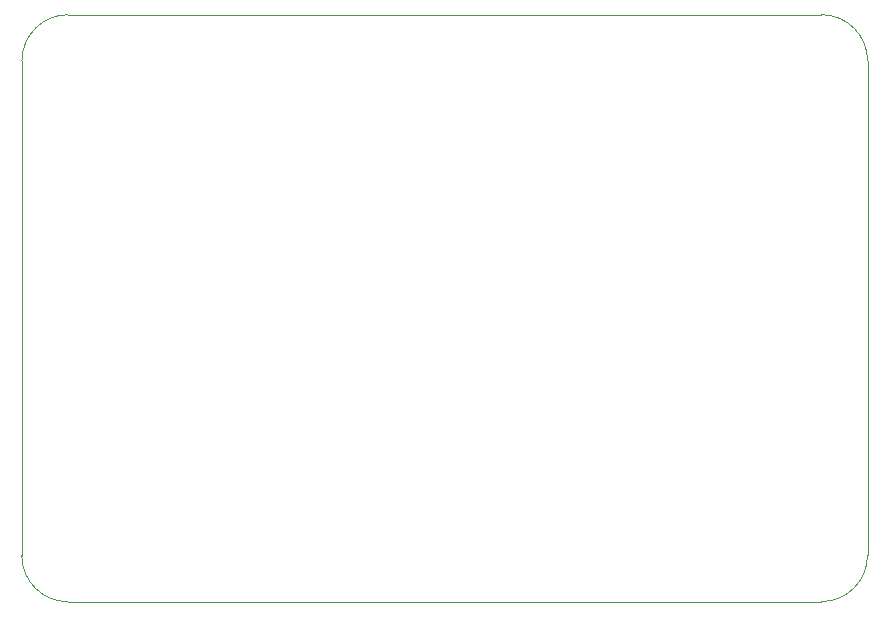
<source format=gbr>
%TF.GenerationSoftware,KiCad,Pcbnew,(5.99.0-11661-g1332208ab1)*%
%TF.CreationDate,2021-08-31T19:17:50-04:00*%
%TF.ProjectId,bongocat,626f6e67-6f63-4617-942e-6b696361645f,rev?*%
%TF.SameCoordinates,Original*%
%TF.FileFunction,Profile,NP*%
%FSLAX46Y46*%
G04 Gerber Fmt 4.6, Leading zero omitted, Abs format (unit mm)*
G04 Created by KiCad (PCBNEW (5.99.0-11661-g1332208ab1)) date 2021-08-31 19:17:50*
%MOMM*%
%LPD*%
G01*
G04 APERTURE LIST*
%TA.AperFunction,Profile*%
%ADD10C,0.100000*%
%TD*%
G04 APERTURE END LIST*
D10*
X204505124Y-54905124D02*
G75*
G03*
X200600000Y-51000000I-3905124J0D01*
G01*
X132894876Y-96800000D02*
G75*
G03*
X136800000Y-100705124I3905124J0D01*
G01*
X200600000Y-51000000D02*
X136811340Y-51006216D01*
X136800000Y-100705124D02*
X200594876Y-100693784D01*
X204500000Y-96788660D02*
X204505124Y-54905124D01*
X132906216Y-54911340D02*
X132894876Y-96800000D01*
X200594876Y-100693784D02*
G75*
G03*
X204500000Y-96788660I0J3905124D01*
G01*
X136811340Y-51006216D02*
G75*
G03*
X132906216Y-54911340I0J-3905124D01*
G01*
M02*

</source>
